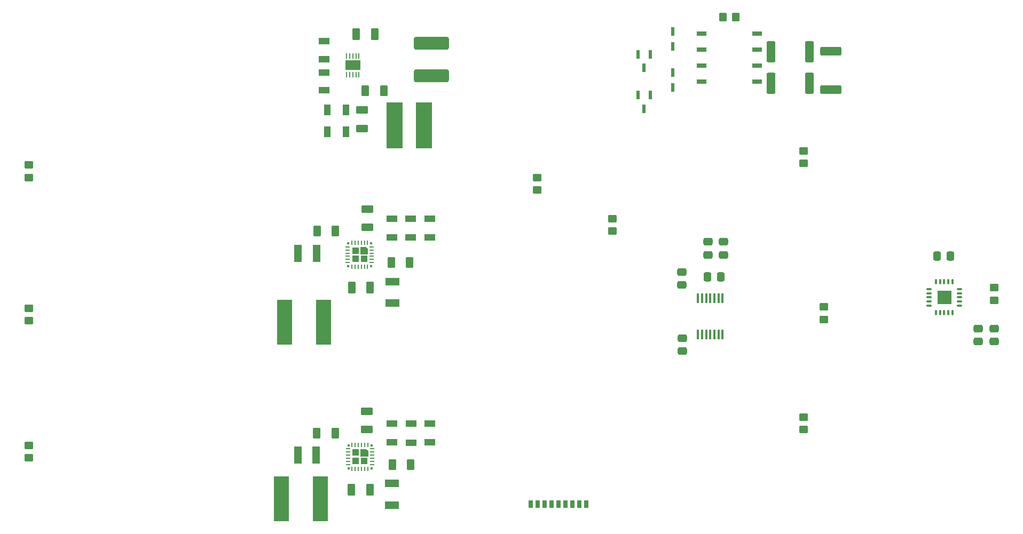
<source format=gbr>
%TF.GenerationSoftware,KiCad,Pcbnew,9.0.7*%
%TF.CreationDate,2026-02-03T11:04:19-04:00*%
%TF.ProjectId,power regulation,706f7765-7220-4726-9567-756c6174696f,1*%
%TF.SameCoordinates,Original*%
%TF.FileFunction,Paste,Top*%
%TF.FilePolarity,Positive*%
%FSLAX46Y46*%
G04 Gerber Fmt 4.6, Leading zero omitted, Abs format (unit mm)*
G04 Created by KiCad (PCBNEW 9.0.7) date 2026-02-03 11:04:19*
%MOMM*%
%LPD*%
G01*
G04 APERTURE LIST*
G04 Aperture macros list*
%AMRoundRect*
0 Rectangle with rounded corners*
0 $1 Rounding radius*
0 $2 $3 $4 $5 $6 $7 $8 $9 X,Y pos of 4 corners*
0 Add a 4 corners polygon primitive as box body*
4,1,4,$2,$3,$4,$5,$6,$7,$8,$9,$2,$3,0*
0 Add four circle primitives for the rounded corners*
1,1,$1+$1,$2,$3*
1,1,$1+$1,$4,$5*
1,1,$1+$1,$6,$7*
1,1,$1+$1,$8,$9*
0 Add four rect primitives between the rounded corners*
20,1,$1+$1,$2,$3,$4,$5,0*
20,1,$1+$1,$4,$5,$6,$7,0*
20,1,$1+$1,$6,$7,$8,$9,0*
20,1,$1+$1,$8,$9,$2,$3,0*%
G04 Aperture macros list end*
%ADD10C,0.010000*%
%ADD11R,2.463800X7.112000*%
%ADD12R,1.803400X1.117600*%
%ADD13RoundRect,0.250000X0.450000X-0.350000X0.450000X0.350000X-0.450000X0.350000X-0.450000X-0.350000X0*%
%ADD14RoundRect,0.250000X-0.475000X0.337500X-0.475000X-0.337500X0.475000X-0.337500X0.475000X0.337500X0*%
%ADD15R,0.584200X1.473200*%
%ADD16R,1.168400X2.692400*%
%ADD17RoundRect,0.150000X0.450000X0.760000X-0.450000X0.760000X-0.450000X-0.760000X0.450000X-0.760000X0*%
%ADD18R,1.770000X1.050000*%
%ADD19R,1.050000X1.770000*%
%ADD20RoundRect,0.249999X1.425001X-0.450001X1.425001X0.450001X-1.425001X0.450001X-1.425001X-0.450001X0*%
%ADD21R,2.300000X1.250000*%
%ADD22RoundRect,0.250000X2.510000X-0.750000X2.510000X0.750000X-2.510000X0.750000X-2.510000X-0.750000X0*%
%ADD23RoundRect,0.250000X-0.350000X-0.450000X0.350000X-0.450000X0.350000X0.450000X-0.350000X0.450000X0*%
%ADD24R,0.508000X1.320800*%
%ADD25R,1.117600X1.803400*%
%ADD26RoundRect,0.150000X-0.760000X0.450000X-0.760000X-0.450000X0.760000X-0.450000X0.760000X0.450000X0*%
%ADD27RoundRect,0.145000X-0.435000X-0.740000X0.435000X-0.740000X0.435000X0.740000X-0.435000X0.740000X0*%
%ADD28R,1.770000X1.140000*%
%ADD29R,1.650000X0.700000*%
%ADD30RoundRect,0.040000X0.380000X0.120000X-0.380000X0.120000X-0.380000X-0.120000X0.380000X-0.120000X0*%
%ADD31RoundRect,0.040000X0.120000X0.380000X-0.120000X0.380000X-0.120000X-0.380000X0.120000X-0.380000X0*%
%ADD32RoundRect,0.250000X0.475000X-0.337500X0.475000X0.337500X-0.475000X0.337500X-0.475000X-0.337500X0*%
%ADD33RoundRect,0.145000X0.435000X0.740000X-0.435000X0.740000X-0.435000X-0.740000X0.435000X-0.740000X0*%
%ADD34RoundRect,0.249999X-0.450001X-1.425001X0.450001X-1.425001X0.450001X1.425001X-0.450001X1.425001X0*%
%ADD35R,0.700000X1.200000*%
%ADD36RoundRect,0.250000X0.337500X0.475000X-0.337500X0.475000X-0.337500X-0.475000X0.337500X-0.475000X0*%
%ADD37R,1.770000X1.130000*%
%ADD38RoundRect,0.250000X-0.450000X0.350000X-0.450000X-0.350000X0.450000X-0.350000X0.450000X0.350000X0*%
%ADD39R,0.250000X0.700000*%
%ADD40R,0.700000X0.250000*%
%ADD41R,1.125000X1.125000*%
%ADD42R,0.375000X0.375000*%
%ADD43R,0.254000X0.812800*%
%ADD44R,2.483491X1.558110*%
%ADD45RoundRect,0.150000X0.760000X-0.450000X0.760000X0.450000X-0.760000X0.450000X-0.760000X-0.450000X0*%
%ADD46RoundRect,0.051250X-0.153750X0.698750X-0.153750X-0.698750X0.153750X-0.698750X0.153750X0.698750X0*%
%ADD47RoundRect,0.150000X-0.450000X-0.760000X0.450000X-0.760000X0.450000X0.760000X-0.450000X0.760000X0*%
%ADD48R,2.590800X7.289800*%
G04 APERTURE END LIST*
D10*
%TO.C,U6*%
X225530000Y-93530000D02*
X223470000Y-93530000D01*
X223470000Y-91470000D01*
X225530000Y-91470000D01*
X225530000Y-93530000D01*
G36*
X225530000Y-93530000D02*
G01*
X223470000Y-93530000D01*
X223470000Y-91470000D01*
X225530000Y-91470000D01*
X225530000Y-93530000D01*
G37*
%TO.C,U2*%
X133037500Y-84808000D02*
X133037500Y-85650000D01*
X131912500Y-85650000D01*
X131912500Y-84525000D01*
X132754500Y-84525000D01*
X133037500Y-84808000D01*
G36*
X133037500Y-84808000D02*
G01*
X133037500Y-85650000D01*
X131912500Y-85650000D01*
X131912500Y-84525000D01*
X132754500Y-84525000D01*
X133037500Y-84808000D01*
G37*
%TO.C,U1*%
X133084500Y-116865500D02*
X133084500Y-117707500D01*
X131959500Y-117707500D01*
X131959500Y-116582500D01*
X132801500Y-116582500D01*
X133084500Y-116865500D01*
G36*
X133084500Y-116865500D02*
G01*
X133084500Y-117707500D01*
X131959500Y-117707500D01*
X131959500Y-116582500D01*
X132801500Y-116582500D01*
X133084500Y-116865500D01*
G37*
%TD*%
D11*
%TO.C,C18*%
X125573400Y-124500000D03*
X119426600Y-124500000D03*
%TD*%
%TO.C,C28*%
X119926600Y-96500000D03*
X126073400Y-96500000D03*
%TD*%
D12*
%TO.C,C26*%
X139912500Y-80001400D03*
X139912500Y-82998600D03*
%TD*%
D13*
%TO.C,RB2*%
X79337500Y-96250000D03*
X79337500Y-94250000D03*
%TD*%
D14*
%TO.C,C40*%
X229912500Y-97462500D03*
X229912500Y-99537500D03*
%TD*%
D15*
%TO.C,M1*%
X177862501Y-53933200D03*
X175962499Y-53933200D03*
X176912500Y-56066800D03*
%TD*%
D16*
%TO.C,L1*%
X124932700Y-117557500D03*
X121986300Y-117557500D03*
%TD*%
D17*
%TO.C,C13*%
X133419500Y-123057500D03*
X130499500Y-123057500D03*
%TD*%
D18*
%TO.C,R23*%
X142912500Y-82970000D03*
X142912500Y-80000000D03*
%TD*%
D19*
%TO.C,R32*%
X129647500Y-62750000D03*
X126677500Y-62750000D03*
%TD*%
D20*
%TO.C,Rref*%
X206500000Y-59550000D03*
X206500000Y-53450000D03*
%TD*%
D21*
%TO.C,R11*%
X136959500Y-122057500D03*
X136959500Y-125507500D03*
%TD*%
D22*
%TO.C,C31*%
X143162500Y-57355000D03*
X143162500Y-52145000D03*
%TD*%
D12*
%TO.C,C16*%
X139959500Y-112558900D03*
X139959500Y-115556100D03*
%TD*%
D23*
%TO.C,R_sink3*%
X189412500Y-48000000D03*
X191412500Y-48000000D03*
%TD*%
D24*
%TO.C,D2*%
X181412500Y-56806200D03*
X181412500Y-59193800D03*
%TD*%
D13*
%TO.C,R_sink2*%
X159912500Y-75500000D03*
X159912500Y-73500000D03*
%TD*%
D14*
%TO.C,C35*%
X182912500Y-88462500D03*
X182912500Y-90537500D03*
%TD*%
D25*
%TO.C,C32*%
X129661100Y-66250000D03*
X126663900Y-66250000D03*
%TD*%
D26*
%TO.C,C17*%
X132959500Y-110597500D03*
X132959500Y-113517500D03*
%TD*%
D27*
%TO.C,C29*%
X125047000Y-82000000D03*
X127953000Y-82000000D03*
%TD*%
D28*
%TO.C,R31*%
X126162500Y-51810000D03*
X126162500Y-54690000D03*
%TD*%
D29*
%TO.C,U4*%
X185987500Y-50690000D03*
X185987500Y-53230000D03*
X185987500Y-55770000D03*
X185987500Y-58310000D03*
X194837500Y-58310000D03*
X194837500Y-55770000D03*
X194837500Y-53230000D03*
X194837500Y-50690000D03*
%TD*%
D30*
%TO.C,U6*%
X226935000Y-93800000D03*
X226935000Y-93150000D03*
X226935000Y-92500000D03*
X226935000Y-91850000D03*
X226935000Y-91200000D03*
D31*
X225800000Y-90065000D03*
X225150000Y-90065000D03*
X224500000Y-90065000D03*
X223850000Y-90065000D03*
X223200000Y-90065000D03*
D30*
X222065000Y-91200000D03*
X222065000Y-91850000D03*
X222065000Y-92500000D03*
X222065000Y-93150000D03*
X222065000Y-93800000D03*
D31*
X223200000Y-94935000D03*
X223850000Y-94935000D03*
X224500000Y-94935000D03*
X225150000Y-94935000D03*
X225800000Y-94935000D03*
%TD*%
D32*
%TO.C,C39*%
X232412500Y-99537500D03*
X232412500Y-97462500D03*
%TD*%
D33*
%TO.C,C33*%
X135615500Y-59750000D03*
X132709500Y-59750000D03*
%TD*%
D34*
%TO.C,Rh2*%
X197000000Y-58500000D03*
X203100000Y-58500000D03*
%TD*%
D18*
%TO.C,R13*%
X142959500Y-115541100D03*
X142959500Y-112571100D03*
%TD*%
D33*
%TO.C,C25*%
X139750000Y-87000000D03*
X136844000Y-87000000D03*
%TD*%
D35*
%TO.C,SD_Reader*%
X167750000Y-125300000D03*
X166650000Y-125300000D03*
X165550000Y-125300000D03*
X164450000Y-125300000D03*
X163350000Y-125300000D03*
X162250000Y-125300000D03*
X161150000Y-125300000D03*
X160050000Y-125300000D03*
X158950000Y-125300000D03*
%TD*%
D14*
%TO.C,C30*%
X183000000Y-98962500D03*
X183000000Y-101037500D03*
%TD*%
%TO.C,C36*%
X187012500Y-83692500D03*
X187012500Y-85767500D03*
%TD*%
D34*
%TO.C,Rh1*%
X197000000Y-53500000D03*
X203100000Y-53500000D03*
%TD*%
D36*
%TO.C,C37*%
X189050000Y-89230000D03*
X186975000Y-89230000D03*
%TD*%
D13*
%TO.C,RB1*%
X79337500Y-73500000D03*
X79337500Y-71500000D03*
%TD*%
D16*
%TO.C,L2*%
X125000000Y-85500000D03*
X122053600Y-85500000D03*
%TD*%
D37*
%TO.C,R33*%
X126162500Y-59670000D03*
X126162500Y-56830000D03*
%TD*%
D38*
%TO.C,Rref*%
X232412500Y-91000000D03*
X232412500Y-93000000D03*
%TD*%
D39*
%TO.C,U2*%
X133062500Y-83850000D03*
X132562500Y-83850000D03*
X132062500Y-83850000D03*
X131562500Y-83850000D03*
X131062500Y-83850000D03*
X130562500Y-83850000D03*
D40*
X129912500Y-84500000D03*
X129912500Y-85000000D03*
X129912500Y-85500000D03*
X129912500Y-86000000D03*
X129912500Y-86500000D03*
X129912500Y-87000000D03*
D39*
X130562500Y-87650000D03*
X131062500Y-87650000D03*
X131562500Y-87650000D03*
X132062500Y-87650000D03*
X132562500Y-87650000D03*
X133062500Y-87650000D03*
D40*
X133712500Y-87000000D03*
X133712500Y-86500000D03*
X133712500Y-86000000D03*
X133712500Y-85500000D03*
X133712500Y-85000000D03*
X133712500Y-84500000D03*
D41*
X132475000Y-86412500D03*
X131150000Y-85087500D03*
X131150000Y-86412500D03*
D42*
X133625000Y-83937500D03*
X133625000Y-87562500D03*
X130000000Y-83937500D03*
X130000000Y-87562500D03*
%TD*%
D43*
%TO.C,U3*%
X131709500Y-54250000D03*
X131209498Y-54250000D03*
X130709499Y-54250000D03*
X130209500Y-54250000D03*
X129709498Y-54250000D03*
X129709498Y-57145600D03*
X130209500Y-57145600D03*
X130709499Y-57145600D03*
X131209498Y-57145600D03*
X131709500Y-57145600D03*
D44*
X130706647Y-55677906D03*
%TD*%
D45*
%TO.C,C34*%
X132162500Y-65710000D03*
X132162500Y-62790000D03*
%TD*%
D17*
%TO.C,C23*%
X133460000Y-91000000D03*
X130540000Y-91000000D03*
%TD*%
D18*
%TO.C,R12*%
X136959500Y-112571100D03*
X136959500Y-115541100D03*
%TD*%
D26*
%TO.C,C27*%
X133000000Y-78500000D03*
X133000000Y-81420000D03*
%TD*%
D13*
%TO.C,RB3*%
X79337500Y-118000000D03*
X79337500Y-116000000D03*
%TD*%
%TO.C,RB4*%
X202162500Y-71250000D03*
X202162500Y-69250000D03*
%TD*%
D27*
%TO.C,C19*%
X125006500Y-114057500D03*
X127912500Y-114057500D03*
%TD*%
D46*
%TO.C,U5*%
X189362500Y-92615000D03*
X188712500Y-92615000D03*
X188062500Y-92615000D03*
X187412500Y-92615000D03*
X186762500Y-92615000D03*
X186112500Y-92615000D03*
X185462500Y-92615000D03*
X185462500Y-98385000D03*
X186112500Y-98385000D03*
X186762500Y-98385000D03*
X187412500Y-98385000D03*
X188062500Y-98385000D03*
X188712500Y-98385000D03*
X189362500Y-98385000D03*
%TD*%
D21*
%TO.C,R21*%
X137000000Y-90000000D03*
X137000000Y-93450000D03*
%TD*%
D33*
%TO.C,C15*%
X139912500Y-119057500D03*
X137006500Y-119057500D03*
%TD*%
D13*
%TO.C,RB5*%
X205412500Y-96000000D03*
X205412500Y-94000000D03*
%TD*%
D47*
%TO.C,C1*%
X131249500Y-50750000D03*
X134169500Y-50750000D03*
%TD*%
D15*
%TO.C,M2*%
X177862501Y-60433200D03*
X175962499Y-60433200D03*
X176912500Y-62566800D03*
%TD*%
D38*
%TO.C,RB6*%
X202162500Y-111500000D03*
X202162500Y-113500000D03*
%TD*%
D18*
%TO.C,R22*%
X136912500Y-80015000D03*
X136912500Y-82985000D03*
%TD*%
D13*
%TO.C,R_sink1*%
X171912500Y-82000000D03*
X171912500Y-80000000D03*
%TD*%
D36*
%TO.C,C41*%
X225450000Y-86000000D03*
X223375000Y-86000000D03*
%TD*%
D48*
%TO.C,L3*%
X137313000Y-65250000D03*
X142012000Y-65250000D03*
%TD*%
D24*
%TO.C,D1*%
X181412500Y-50306200D03*
X181412500Y-52693800D03*
%TD*%
D32*
%TO.C,C38*%
X189512500Y-85767500D03*
X189512500Y-83692500D03*
%TD*%
D39*
%TO.C,U1*%
X133109500Y-115907500D03*
X132609500Y-115907500D03*
X132109500Y-115907500D03*
X131609500Y-115907500D03*
X131109500Y-115907500D03*
X130609500Y-115907500D03*
D40*
X129959500Y-116557500D03*
X129959500Y-117057500D03*
X129959500Y-117557500D03*
X129959500Y-118057500D03*
X129959500Y-118557500D03*
X129959500Y-119057500D03*
D39*
X130609500Y-119707500D03*
X131109500Y-119707500D03*
X131609500Y-119707500D03*
X132109500Y-119707500D03*
X132609500Y-119707500D03*
X133109500Y-119707500D03*
D40*
X133759500Y-119057500D03*
X133759500Y-118557500D03*
X133759500Y-118057500D03*
X133759500Y-117557500D03*
X133759500Y-117057500D03*
X133759500Y-116557500D03*
D41*
X132522000Y-118470000D03*
X131197000Y-117145000D03*
X131197000Y-118470000D03*
D42*
X133672000Y-115995000D03*
X133672000Y-119620000D03*
X130047000Y-115995000D03*
X130047000Y-119620000D03*
%TD*%
M02*

</source>
